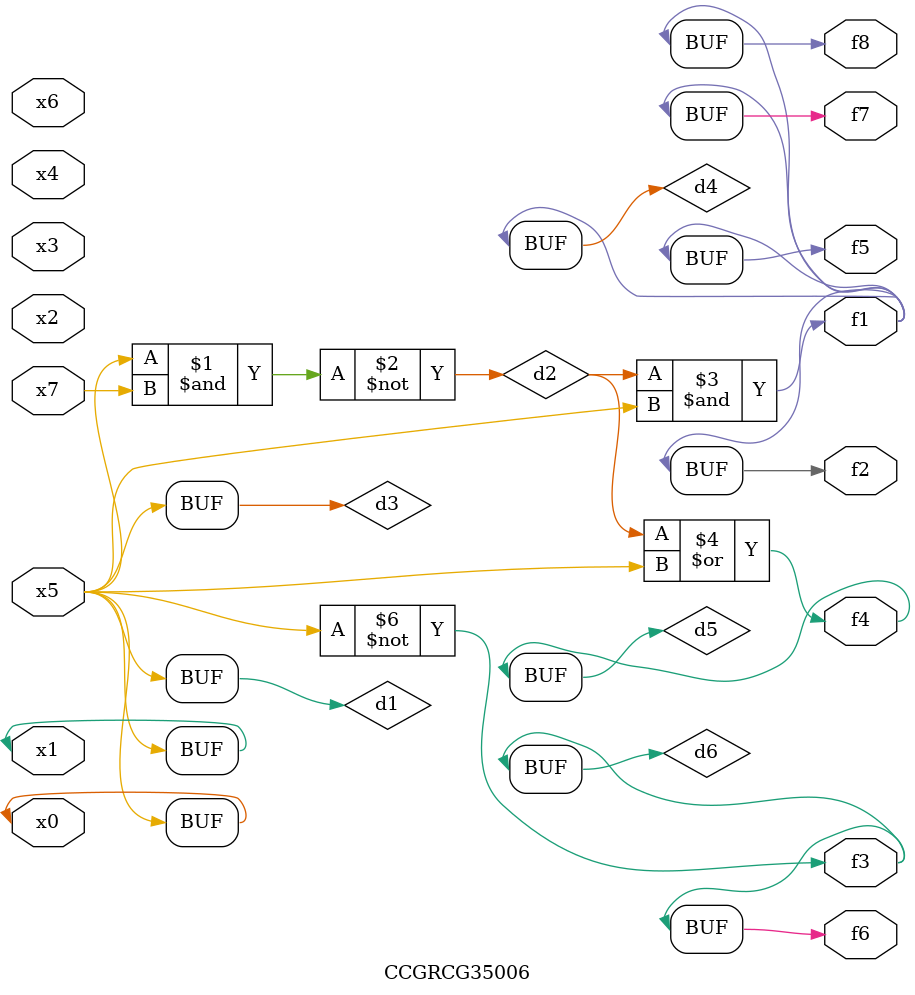
<source format=v>
module CCGRCG35006(
	input x0, x1, x2, x3, x4, x5, x6, x7,
	output f1, f2, f3, f4, f5, f6, f7, f8
);

	wire d1, d2, d3, d4, d5, d6;

	buf (d1, x0, x5);
	nand (d2, x5, x7);
	buf (d3, x0, x1);
	and (d4, d2, d3);
	or (d5, d2, d3);
	nor (d6, d1, d3);
	assign f1 = d4;
	assign f2 = d4;
	assign f3 = d6;
	assign f4 = d5;
	assign f5 = d4;
	assign f6 = d6;
	assign f7 = d4;
	assign f8 = d4;
endmodule

</source>
